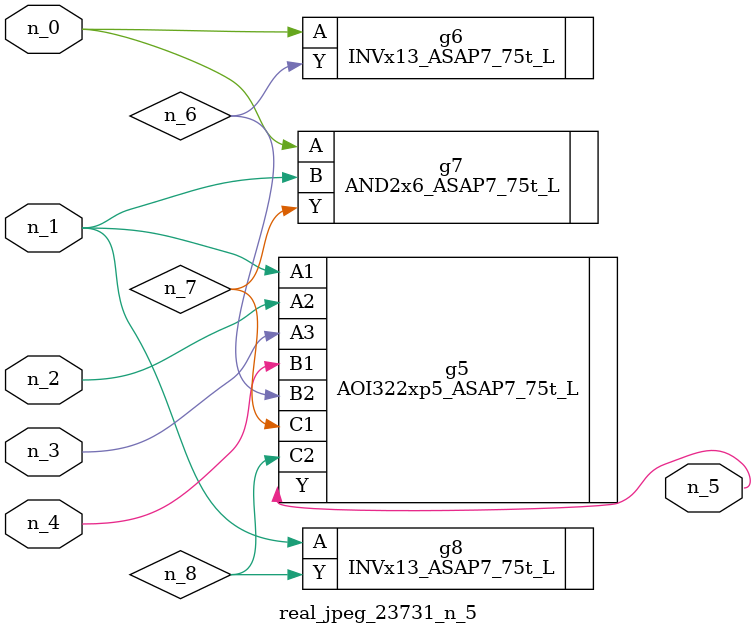
<source format=v>
module real_jpeg_23731_n_5 (n_4, n_0, n_1, n_2, n_3, n_5);

input n_4;
input n_0;
input n_1;
input n_2;
input n_3;

output n_5;

wire n_8;
wire n_6;
wire n_7;

INVx13_ASAP7_75t_L g6 ( 
.A(n_0),
.Y(n_6)
);

AND2x6_ASAP7_75t_L g7 ( 
.A(n_0),
.B(n_1),
.Y(n_7)
);

AOI322xp5_ASAP7_75t_L g5 ( 
.A1(n_1),
.A2(n_2),
.A3(n_3),
.B1(n_4),
.B2(n_6),
.C1(n_7),
.C2(n_8),
.Y(n_5)
);

INVx13_ASAP7_75t_L g8 ( 
.A(n_1),
.Y(n_8)
);


endmodule
</source>
